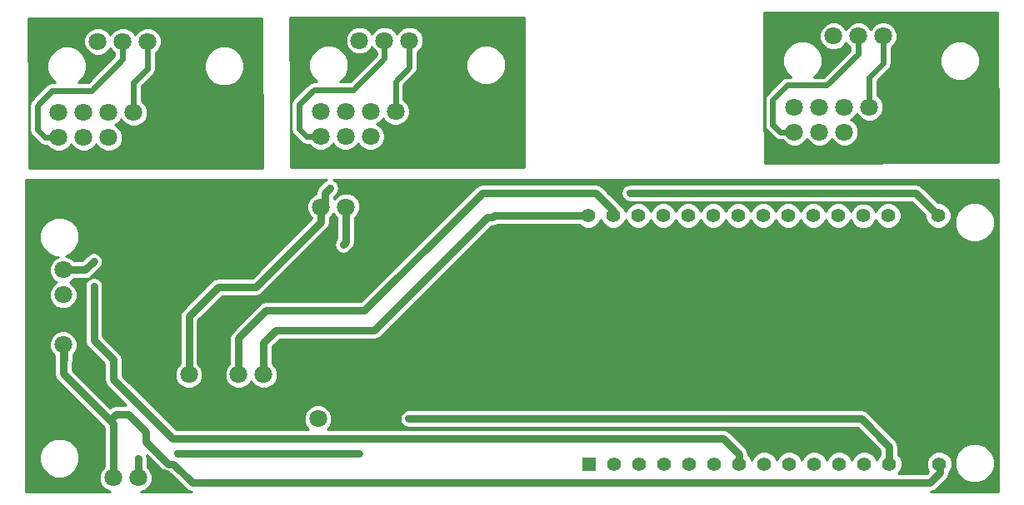
<source format=gbr>
G04 #@! TF.FileFunction,Copper,L2,Bot,Signal*
%FSLAX46Y46*%
G04 Gerber Fmt 4.6, Leading zero omitted, Abs format (unit mm)*
G04 Created by KiCad (PCBNEW 4.0.7) date 03/28/19 16:01:04*
%MOMM*%
%LPD*%
G01*
G04 APERTURE LIST*
%ADD10C,0.050000*%
%ADD11C,1.800000*%
%ADD12C,1.397000*%
%ADD13R,1.397000X1.397000*%
%ADD14C,0.700000*%
%ADD15C,0.800000*%
%ADD16C,0.600000*%
%ADD17C,0.254000*%
G04 APERTURE END LIST*
D10*
D11*
X169770000Y-115820000D03*
X172310000Y-115820000D03*
X167230000Y-115820000D03*
X164690000Y-115820000D03*
X164690000Y-113280000D03*
X167230000Y-113280000D03*
X172310000Y-113280000D03*
X169770000Y-113280000D03*
X168650000Y-106050000D03*
X171190000Y-106050000D03*
X176259840Y-106050000D03*
X173719840Y-106050000D03*
X121620000Y-116270000D03*
X124160000Y-116270000D03*
X119080000Y-116270000D03*
X116540000Y-116270000D03*
X116540000Y-113730000D03*
X119080000Y-113730000D03*
X124160000Y-113730000D03*
X121620000Y-113730000D03*
X120500000Y-106500000D03*
X123040000Y-106500000D03*
X128109840Y-106500000D03*
X125569840Y-106500000D03*
X113740160Y-145000000D03*
X116280160Y-145000000D03*
X119126000Y-123444000D03*
X116586000Y-123444000D03*
X114046000Y-123444000D03*
X100540000Y-151000000D03*
X98000000Y-151000000D03*
X95460000Y-151000000D03*
X103150000Y-140500000D03*
X105690000Y-140500000D03*
X110759840Y-140500000D03*
X108219840Y-140500000D03*
X90400000Y-129850000D03*
X90400000Y-132390000D03*
X90400000Y-137459840D03*
X90400000Y-134919840D03*
D12*
X166609200Y-124300000D03*
X169149200Y-124300000D03*
X164069200Y-124300000D03*
X161529200Y-124300000D03*
X158989200Y-124300000D03*
X179410800Y-149623800D03*
X179309200Y-124300000D03*
X176769200Y-124300000D03*
X171689200Y-124350800D03*
X174229200Y-124300000D03*
X143749200Y-124300000D03*
X146289200Y-124300000D03*
X148829200Y-124300000D03*
X151369200Y-124300000D03*
X156449200Y-124300000D03*
X153909200Y-124300000D03*
X174330800Y-149623800D03*
X176870800Y-149623800D03*
X171790800Y-149623800D03*
X169250800Y-149623800D03*
X166710800Y-149623800D03*
D13*
X143850800Y-149623800D03*
D12*
X146360800Y-149623800D03*
X148930800Y-149623800D03*
X151470800Y-149623800D03*
X154010800Y-149623800D03*
X156550800Y-149623800D03*
X159090800Y-149623800D03*
X164170800Y-149623800D03*
X161630800Y-149623800D03*
D11*
X93900000Y-106600000D03*
X96440000Y-106600000D03*
X101509840Y-106600000D03*
X98969840Y-106600000D03*
X95020000Y-116370000D03*
X97560000Y-116370000D03*
X92480000Y-116370000D03*
X89940000Y-116370000D03*
X89940000Y-113830000D03*
X92480000Y-113830000D03*
X97560000Y-113830000D03*
X95020000Y-113830000D03*
D14*
X148000000Y-122000000D03*
X117500000Y-121500000D03*
X118872000Y-127254000D03*
X119500000Y-147000000D03*
X93500000Y-131500000D03*
X125500000Y-145000000D03*
X98000000Y-149000000D03*
X120500000Y-148500000D03*
X102000000Y-148500000D03*
X93500000Y-129000000D03*
D15*
X122000000Y-136000000D02*
X133500000Y-124500000D01*
X134200000Y-124300000D02*
X143749200Y-124300000D01*
X134000000Y-124500000D02*
X134200000Y-124300000D01*
X133500000Y-124500000D02*
X134000000Y-124500000D01*
X110759840Y-140500000D02*
X110759840Y-137240160D01*
X112000000Y-136000000D02*
X122000000Y-136000000D01*
X110759840Y-137240160D02*
X112000000Y-136000000D01*
X137000000Y-122000000D02*
X144500000Y-122000000D01*
X144500000Y-122000000D02*
X146289200Y-123789200D01*
X146289200Y-123789200D02*
X146289200Y-124300000D01*
X108219840Y-140500000D02*
X108219840Y-136780160D01*
X133000000Y-122000000D02*
X137000000Y-122000000D01*
X130500000Y-124500000D02*
X133000000Y-122000000D01*
X121000000Y-134000000D02*
X130500000Y-124500000D01*
X111000000Y-134000000D02*
X121000000Y-134000000D01*
X108219840Y-136780160D02*
X111000000Y-134000000D01*
X116280160Y-145219840D02*
X116280160Y-145000000D01*
X179309200Y-124300000D02*
X179300000Y-124300000D01*
X179300000Y-124300000D02*
X177000000Y-122000000D01*
X177000000Y-122000000D02*
X148000000Y-122000000D01*
X117500000Y-121500000D02*
X117000000Y-122000000D01*
X117000000Y-122000000D02*
X117000000Y-123030000D01*
X117000000Y-123030000D02*
X116586000Y-123444000D01*
X116586000Y-123444000D02*
X116586000Y-124968000D01*
X103150000Y-134594000D02*
X103150000Y-140500000D01*
X106172000Y-131572000D02*
X103150000Y-134594000D01*
X109982000Y-131572000D02*
X106172000Y-131572000D01*
X116586000Y-124968000D02*
X109982000Y-131572000D01*
X118872000Y-127254000D02*
X119126000Y-127000000D01*
X119126000Y-123444000D02*
X119126000Y-127000000D01*
X178500000Y-151500000D02*
X179500000Y-150500000D01*
X103494000Y-151500000D02*
X101600000Y-149606000D01*
X101600000Y-149606000D02*
X101092000Y-149606000D01*
X101092000Y-149606000D02*
X98806000Y-147320000D01*
X98806000Y-147320000D02*
X98806000Y-146304000D01*
X98806000Y-146304000D02*
X97028000Y-144526000D01*
X97028000Y-144526000D02*
X95758000Y-144526000D01*
X95123000Y-145161000D02*
X95758000Y-144526000D01*
X178500000Y-151500000D02*
X103494000Y-151500000D01*
X179500000Y-150500000D02*
X179500000Y-149713000D01*
X179500000Y-149713000D02*
X179410800Y-149623800D01*
X90400000Y-137459840D02*
X90400000Y-140438000D01*
X90400000Y-140438000D02*
X95123000Y-145161000D01*
X95460000Y-145498000D02*
X95460000Y-151000000D01*
X95123000Y-145161000D02*
X95460000Y-145498000D01*
X90500000Y-139000000D02*
X90500000Y-137559840D01*
X90500000Y-137559840D02*
X90400000Y-137459840D01*
X90500000Y-139000000D02*
X90400000Y-138900000D01*
X149500000Y-147000000D02*
X157500000Y-147000000D01*
X159090800Y-148590800D02*
X159090800Y-149623800D01*
X157500000Y-147000000D02*
X159090800Y-148590800D01*
X149500000Y-147000000D02*
X119500000Y-147000000D01*
X119500000Y-147000000D02*
X101500000Y-147000000D01*
X93500000Y-137000000D02*
X93500000Y-131500000D01*
X95500000Y-139000000D02*
X93500000Y-137000000D01*
X95500000Y-141000000D02*
X95500000Y-139000000D01*
X101500000Y-147000000D02*
X95500000Y-141000000D01*
X169500000Y-145000000D02*
X171500000Y-145000000D01*
X174330800Y-147830800D02*
X174330800Y-149623800D01*
X171500000Y-145000000D02*
X174330800Y-147830800D01*
X125500000Y-145000000D02*
X151000000Y-145000000D01*
X151000000Y-145000000D02*
X169500000Y-145000000D01*
X98000000Y-151000000D02*
X98000000Y-149000000D01*
X102000000Y-148500000D02*
X120500000Y-148500000D01*
X90400000Y-129850000D02*
X92650000Y-129850000D01*
X92650000Y-129850000D02*
X93500000Y-129000000D01*
D16*
X163270000Y-115820000D02*
X162500000Y-115050000D01*
X162500000Y-115050000D02*
X162500000Y-112550000D01*
X162500000Y-112550000D02*
X164000000Y-111050000D01*
X164000000Y-111050000D02*
X168000000Y-111050000D01*
X168000000Y-111050000D02*
X171190000Y-107860000D01*
X171190000Y-107860000D02*
X171190000Y-106050000D01*
X164690000Y-115820000D02*
X163270000Y-115820000D01*
X115120000Y-116270000D02*
X114350000Y-115500000D01*
X114350000Y-115500000D02*
X114350000Y-113000000D01*
X114350000Y-113000000D02*
X115850000Y-111500000D01*
X115850000Y-111500000D02*
X119850000Y-111500000D01*
X119850000Y-111500000D02*
X123040000Y-108310000D01*
X123040000Y-108310000D02*
X123040000Y-106500000D01*
X116540000Y-116270000D02*
X115120000Y-116270000D01*
X89940000Y-116370000D02*
X88520000Y-116370000D01*
X96440000Y-108410000D02*
X96440000Y-106600000D01*
X93250000Y-111600000D02*
X96440000Y-108410000D01*
X89250000Y-111600000D02*
X93250000Y-111600000D01*
X87750000Y-113100000D02*
X89250000Y-111600000D01*
X87750000Y-115600000D02*
X87750000Y-113100000D01*
X88520000Y-116370000D02*
X87750000Y-115600000D01*
X172310000Y-110240000D02*
X173719840Y-108830160D01*
X173719840Y-108830160D02*
X173719840Y-106050000D01*
X172310000Y-113280000D02*
X172310000Y-110240000D01*
X124160000Y-110690000D02*
X125569840Y-109280160D01*
X125569840Y-109280160D02*
X125569840Y-106500000D01*
X124160000Y-113730000D02*
X124160000Y-110690000D01*
X97560000Y-113830000D02*
X97560000Y-110790000D01*
X98969840Y-109380160D02*
X98969840Y-106600000D01*
X97560000Y-110790000D02*
X98969840Y-109380160D01*
D17*
G36*
X185423000Y-152423000D02*
X178520109Y-152423000D01*
X178854748Y-152356436D01*
X179155488Y-152155488D01*
X180155488Y-151155488D01*
X180356437Y-150854747D01*
X180427000Y-150500000D01*
X180427000Y-150482278D01*
X180533849Y-150375616D01*
X180730749Y-149901426D01*
X180972649Y-149901426D01*
X181280591Y-150646703D01*
X181850298Y-151217405D01*
X182595036Y-151526647D01*
X183401426Y-151527351D01*
X184146703Y-151219409D01*
X184717405Y-150649702D01*
X185026647Y-149904964D01*
X185027351Y-149098574D01*
X184719409Y-148353297D01*
X184149702Y-147782595D01*
X183404964Y-147473353D01*
X182598574Y-147472649D01*
X181853297Y-147780591D01*
X181282595Y-148350298D01*
X180973353Y-149095036D01*
X180972649Y-149901426D01*
X180730749Y-149901426D01*
X180736069Y-149888615D01*
X180736530Y-149361298D01*
X180535159Y-148873946D01*
X180162616Y-148500751D01*
X179675615Y-148298531D01*
X179148298Y-148298070D01*
X178660946Y-148499441D01*
X178287751Y-148871984D01*
X178085531Y-149358985D01*
X178085070Y-149886302D01*
X178286441Y-150373654D01*
X178300893Y-150388131D01*
X178116024Y-150573000D01*
X175256120Y-150573000D01*
X175453849Y-150375616D01*
X175656069Y-149888615D01*
X175656530Y-149361298D01*
X175455159Y-148873946D01*
X175257800Y-148676242D01*
X175257800Y-147830800D01*
X175187237Y-147476053D01*
X174986288Y-147175312D01*
X172155488Y-144344512D01*
X171854748Y-144143564D01*
X171500000Y-144073000D01*
X125500000Y-144073000D01*
X125145252Y-144143564D01*
X124844512Y-144344512D01*
X124643564Y-144645252D01*
X124573000Y-145000000D01*
X124643564Y-145354748D01*
X124844512Y-145655488D01*
X125145252Y-145856436D01*
X125500000Y-145927000D01*
X171116024Y-145927000D01*
X173403800Y-148214776D01*
X173403800Y-148676278D01*
X173207751Y-148871984D01*
X173060688Y-149226151D01*
X172915159Y-148873946D01*
X172542616Y-148500751D01*
X172055615Y-148298531D01*
X171528298Y-148298070D01*
X171040946Y-148499441D01*
X170667751Y-148871984D01*
X170520688Y-149226151D01*
X170375159Y-148873946D01*
X170002616Y-148500751D01*
X169515615Y-148298531D01*
X168988298Y-148298070D01*
X168500946Y-148499441D01*
X168127751Y-148871984D01*
X167980688Y-149226151D01*
X167835159Y-148873946D01*
X167462616Y-148500751D01*
X166975615Y-148298531D01*
X166448298Y-148298070D01*
X165960946Y-148499441D01*
X165587751Y-148871984D01*
X165440688Y-149226151D01*
X165295159Y-148873946D01*
X164922616Y-148500751D01*
X164435615Y-148298531D01*
X163908298Y-148298070D01*
X163420946Y-148499441D01*
X163047751Y-148871984D01*
X162900688Y-149226151D01*
X162755159Y-148873946D01*
X162382616Y-148500751D01*
X161895615Y-148298531D01*
X161368298Y-148298070D01*
X160880946Y-148499441D01*
X160507751Y-148871984D01*
X160360688Y-149226151D01*
X160215159Y-148873946D01*
X160017800Y-148676242D01*
X160017800Y-148590800D01*
X159947236Y-148236052D01*
X159746288Y-147935312D01*
X158155488Y-146344512D01*
X158094857Y-146304000D01*
X157854748Y-146143564D01*
X157500000Y-146073000D01*
X117225132Y-146073000D01*
X117489207Y-145809386D01*
X117706912Y-145285093D01*
X117707408Y-144717397D01*
X117490617Y-144192725D01*
X117089546Y-143790953D01*
X116565253Y-143573248D01*
X115997557Y-143572752D01*
X115472885Y-143789543D01*
X115071113Y-144190614D01*
X114853408Y-144714907D01*
X114852912Y-145282603D01*
X115069703Y-145807275D01*
X115334964Y-146073000D01*
X101883976Y-146073000D01*
X96427000Y-140616024D01*
X96427000Y-139000000D01*
X96356436Y-138645252D01*
X96155488Y-138344512D01*
X94427000Y-136616024D01*
X94427000Y-131500000D01*
X94356436Y-131145252D01*
X94155488Y-130844512D01*
X93854748Y-130643564D01*
X93500000Y-130573000D01*
X93145252Y-130643564D01*
X92844512Y-130844512D01*
X92643564Y-131145252D01*
X92573000Y-131500000D01*
X92573000Y-137000000D01*
X92643564Y-137354748D01*
X92780602Y-137559840D01*
X92844512Y-137655488D01*
X94573000Y-139383976D01*
X94573000Y-141000000D01*
X94643564Y-141354748D01*
X94844512Y-141655488D01*
X96788024Y-143599000D01*
X95758000Y-143599000D01*
X95403253Y-143669563D01*
X95127075Y-143854099D01*
X91327000Y-140054024D01*
X91327000Y-139398802D01*
X91356436Y-139354748D01*
X91427000Y-139000000D01*
X91427000Y-138450955D01*
X91609047Y-138269226D01*
X91826752Y-137744933D01*
X91827248Y-137177237D01*
X91610457Y-136652565D01*
X91209386Y-136250793D01*
X90685093Y-136033088D01*
X90117397Y-136032592D01*
X89592725Y-136249383D01*
X89190953Y-136650454D01*
X88973248Y-137174747D01*
X88972752Y-137742443D01*
X89189543Y-138267115D01*
X89473000Y-138551067D01*
X89473000Y-140438000D01*
X89543564Y-140792748D01*
X89744512Y-141093488D01*
X94533000Y-145881976D01*
X94533000Y-149909059D01*
X94250953Y-150190614D01*
X94033248Y-150714907D01*
X94032752Y-151282603D01*
X94249543Y-151807275D01*
X94650614Y-152209047D01*
X95165871Y-152423000D01*
X86577000Y-152423000D01*
X86577000Y-149401426D01*
X87972649Y-149401426D01*
X88280591Y-150146703D01*
X88850298Y-150717405D01*
X89595036Y-151026647D01*
X90401426Y-151027351D01*
X91146703Y-150719409D01*
X91717405Y-150149702D01*
X92026647Y-149404964D01*
X92027351Y-148598574D01*
X91719409Y-147853297D01*
X91149702Y-147282595D01*
X90404964Y-146973353D01*
X89598574Y-146972649D01*
X88853297Y-147280591D01*
X88282595Y-147850298D01*
X87973353Y-148595036D01*
X87972649Y-149401426D01*
X86577000Y-149401426D01*
X86577000Y-126901426D01*
X87972649Y-126901426D01*
X88280591Y-127646703D01*
X88850298Y-128217405D01*
X89595036Y-128526647D01*
X89865382Y-128526883D01*
X89592725Y-128639543D01*
X89190953Y-129040614D01*
X88973248Y-129564907D01*
X88972752Y-130132603D01*
X89189543Y-130657275D01*
X89590614Y-131059047D01*
X89737118Y-131119881D01*
X89592725Y-131179543D01*
X89190953Y-131580614D01*
X88973248Y-132104907D01*
X88972752Y-132672603D01*
X89189543Y-133197275D01*
X89590614Y-133599047D01*
X90114907Y-133816752D01*
X90682603Y-133817248D01*
X91207275Y-133600457D01*
X91609047Y-133199386D01*
X91826752Y-132675093D01*
X91827248Y-132107397D01*
X91610457Y-131582725D01*
X91209386Y-131180953D01*
X91062882Y-131120119D01*
X91207275Y-131060457D01*
X91491227Y-130777000D01*
X92650000Y-130777000D01*
X93004748Y-130706436D01*
X93305488Y-130505488D01*
X94155488Y-129655488D01*
X94356437Y-129354747D01*
X94427000Y-129000000D01*
X94356437Y-128645253D01*
X94155488Y-128344512D01*
X93854747Y-128143563D01*
X93500000Y-128073000D01*
X93145253Y-128143563D01*
X92844512Y-128344512D01*
X92266024Y-128923000D01*
X91490941Y-128923000D01*
X91209386Y-128640953D01*
X90685093Y-128423248D01*
X90653442Y-128423220D01*
X91146703Y-128219409D01*
X91717405Y-127649702D01*
X92026647Y-126904964D01*
X92027351Y-126098574D01*
X91719409Y-125353297D01*
X91149702Y-124782595D01*
X90404964Y-124473353D01*
X89598574Y-124472649D01*
X88853297Y-124780591D01*
X88282595Y-125350298D01*
X87973353Y-126095036D01*
X87972649Y-126901426D01*
X86577000Y-126901426D01*
X86577000Y-120646946D01*
X117144768Y-120643887D01*
X116844512Y-120844512D01*
X116344512Y-121344512D01*
X116143564Y-121645252D01*
X116073000Y-122000000D01*
X116073000Y-122111951D01*
X115778725Y-122233543D01*
X115376953Y-122634614D01*
X115159248Y-123158907D01*
X115158752Y-123726603D01*
X115375543Y-124251275D01*
X115659000Y-124535227D01*
X115659000Y-124584024D01*
X109598024Y-130645000D01*
X106172000Y-130645000D01*
X105817252Y-130715564D01*
X105725307Y-130777000D01*
X105516512Y-130916512D01*
X102494512Y-133938512D01*
X102293564Y-134239252D01*
X102223000Y-134594000D01*
X102223000Y-139409059D01*
X101940953Y-139690614D01*
X101723248Y-140214907D01*
X101722752Y-140782603D01*
X101939543Y-141307275D01*
X102340614Y-141709047D01*
X102864907Y-141926752D01*
X103432603Y-141927248D01*
X103957275Y-141710457D01*
X104359047Y-141309386D01*
X104576752Y-140785093D01*
X104576754Y-140782603D01*
X106792592Y-140782603D01*
X107009383Y-141307275D01*
X107410454Y-141709047D01*
X107934747Y-141926752D01*
X108502443Y-141927248D01*
X109027115Y-141710457D01*
X109428887Y-141309386D01*
X109489721Y-141162882D01*
X109549383Y-141307275D01*
X109950454Y-141709047D01*
X110474747Y-141926752D01*
X111042443Y-141927248D01*
X111567115Y-141710457D01*
X111968887Y-141309386D01*
X112186592Y-140785093D01*
X112187088Y-140217397D01*
X111970297Y-139692725D01*
X111686840Y-139408773D01*
X111686840Y-137624136D01*
X112383976Y-136927000D01*
X122000000Y-136927000D01*
X122354748Y-136856436D01*
X122655488Y-136655488D01*
X133883976Y-125427000D01*
X134000000Y-125427000D01*
X134354748Y-125356436D01*
X134548463Y-125227000D01*
X142801678Y-125227000D01*
X142997384Y-125423049D01*
X143484385Y-125625269D01*
X144011702Y-125625730D01*
X144499054Y-125424359D01*
X144872249Y-125051816D01*
X145019312Y-124697649D01*
X145164841Y-125049854D01*
X145537384Y-125423049D01*
X146024385Y-125625269D01*
X146551702Y-125625730D01*
X147039054Y-125424359D01*
X147412249Y-125051816D01*
X147559312Y-124697649D01*
X147704841Y-125049854D01*
X148077384Y-125423049D01*
X148564385Y-125625269D01*
X149091702Y-125625730D01*
X149579054Y-125424359D01*
X149952249Y-125051816D01*
X150099312Y-124697649D01*
X150244841Y-125049854D01*
X150617384Y-125423049D01*
X151104385Y-125625269D01*
X151631702Y-125625730D01*
X152119054Y-125424359D01*
X152492249Y-125051816D01*
X152639312Y-124697649D01*
X152784841Y-125049854D01*
X153157384Y-125423049D01*
X153644385Y-125625269D01*
X154171702Y-125625730D01*
X154659054Y-125424359D01*
X155032249Y-125051816D01*
X155179312Y-124697649D01*
X155324841Y-125049854D01*
X155697384Y-125423049D01*
X156184385Y-125625269D01*
X156711702Y-125625730D01*
X157199054Y-125424359D01*
X157572249Y-125051816D01*
X157719312Y-124697649D01*
X157864841Y-125049854D01*
X158237384Y-125423049D01*
X158724385Y-125625269D01*
X159251702Y-125625730D01*
X159739054Y-125424359D01*
X160112249Y-125051816D01*
X160259312Y-124697649D01*
X160404841Y-125049854D01*
X160777384Y-125423049D01*
X161264385Y-125625269D01*
X161791702Y-125625730D01*
X162279054Y-125424359D01*
X162652249Y-125051816D01*
X162799312Y-124697649D01*
X162944841Y-125049854D01*
X163317384Y-125423049D01*
X163804385Y-125625269D01*
X164331702Y-125625730D01*
X164819054Y-125424359D01*
X165192249Y-125051816D01*
X165339312Y-124697649D01*
X165484841Y-125049854D01*
X165857384Y-125423049D01*
X166344385Y-125625269D01*
X166871702Y-125625730D01*
X167359054Y-125424359D01*
X167732249Y-125051816D01*
X167879312Y-124697649D01*
X168024841Y-125049854D01*
X168397384Y-125423049D01*
X168884385Y-125625269D01*
X169411702Y-125625730D01*
X169899054Y-125424359D01*
X170272249Y-125051816D01*
X170408791Y-124722986D01*
X170564841Y-125100654D01*
X170937384Y-125473849D01*
X171424385Y-125676069D01*
X171951702Y-125676530D01*
X172439054Y-125475159D01*
X172812249Y-125102616D01*
X172969833Y-124723111D01*
X173104841Y-125049854D01*
X173477384Y-125423049D01*
X173964385Y-125625269D01*
X174491702Y-125625730D01*
X174979054Y-125424359D01*
X175352249Y-125051816D01*
X175554469Y-124564815D01*
X175554930Y-124037498D01*
X175353559Y-123550146D01*
X174981016Y-123176951D01*
X174494015Y-122974731D01*
X173966698Y-122974270D01*
X173479346Y-123175641D01*
X173106151Y-123548184D01*
X172948567Y-123927689D01*
X172813559Y-123600946D01*
X172441016Y-123227751D01*
X171954015Y-123025531D01*
X171426698Y-123025070D01*
X170939346Y-123226441D01*
X170566151Y-123598984D01*
X170429609Y-123927814D01*
X170273559Y-123550146D01*
X169901016Y-123176951D01*
X169414015Y-122974731D01*
X168886698Y-122974270D01*
X168399346Y-123175641D01*
X168026151Y-123548184D01*
X167879088Y-123902351D01*
X167733559Y-123550146D01*
X167361016Y-123176951D01*
X166874015Y-122974731D01*
X166346698Y-122974270D01*
X165859346Y-123175641D01*
X165486151Y-123548184D01*
X165339088Y-123902351D01*
X165193559Y-123550146D01*
X164821016Y-123176951D01*
X164334015Y-122974731D01*
X163806698Y-122974270D01*
X163319346Y-123175641D01*
X162946151Y-123548184D01*
X162799088Y-123902351D01*
X162653559Y-123550146D01*
X162281016Y-123176951D01*
X161794015Y-122974731D01*
X161266698Y-122974270D01*
X160779346Y-123175641D01*
X160406151Y-123548184D01*
X160259088Y-123902351D01*
X160113559Y-123550146D01*
X159741016Y-123176951D01*
X159254015Y-122974731D01*
X158726698Y-122974270D01*
X158239346Y-123175641D01*
X157866151Y-123548184D01*
X157719088Y-123902351D01*
X157573559Y-123550146D01*
X157201016Y-123176951D01*
X156714015Y-122974731D01*
X156186698Y-122974270D01*
X155699346Y-123175641D01*
X155326151Y-123548184D01*
X155179088Y-123902351D01*
X155033559Y-123550146D01*
X154661016Y-123176951D01*
X154174015Y-122974731D01*
X153646698Y-122974270D01*
X153159346Y-123175641D01*
X152786151Y-123548184D01*
X152639088Y-123902351D01*
X152493559Y-123550146D01*
X152121016Y-123176951D01*
X151634015Y-122974731D01*
X151106698Y-122974270D01*
X150619346Y-123175641D01*
X150246151Y-123548184D01*
X150099088Y-123902351D01*
X149953559Y-123550146D01*
X149581016Y-123176951D01*
X149094015Y-122974731D01*
X148566698Y-122974270D01*
X148079346Y-123175641D01*
X147706151Y-123548184D01*
X147559088Y-123902351D01*
X147413559Y-123550146D01*
X147041016Y-123176951D01*
X146947684Y-123138196D01*
X146944688Y-123133712D01*
X145810976Y-122000000D01*
X147073000Y-122000000D01*
X147143564Y-122354748D01*
X147344512Y-122655488D01*
X147645252Y-122856436D01*
X148000000Y-122927000D01*
X176616024Y-122927000D01*
X177983704Y-124294680D01*
X177983470Y-124562502D01*
X178184841Y-125049854D01*
X178557384Y-125423049D01*
X179044385Y-125625269D01*
X179571702Y-125625730D01*
X180059054Y-125424359D01*
X180082027Y-125401426D01*
X180972649Y-125401426D01*
X181280591Y-126146703D01*
X181850298Y-126717405D01*
X182595036Y-127026647D01*
X183401426Y-127027351D01*
X184146703Y-126719409D01*
X184717405Y-126149702D01*
X185026647Y-125404964D01*
X185027351Y-124598574D01*
X184719409Y-123853297D01*
X184149702Y-123282595D01*
X183404964Y-122973353D01*
X182598574Y-122972649D01*
X181853297Y-123280591D01*
X181282595Y-123850298D01*
X180973353Y-124595036D01*
X180972649Y-125401426D01*
X180082027Y-125401426D01*
X180432249Y-125051816D01*
X180634469Y-124564815D01*
X180634930Y-124037498D01*
X180433559Y-123550146D01*
X180061016Y-123176951D01*
X179574015Y-122974731D01*
X179285455Y-122974479D01*
X177655488Y-121344512D01*
X177625970Y-121324789D01*
X177354748Y-121143564D01*
X177000000Y-121073000D01*
X148000000Y-121073000D01*
X147645252Y-121143564D01*
X147344512Y-121344512D01*
X147143564Y-121645252D01*
X147073000Y-122000000D01*
X145810976Y-122000000D01*
X145155488Y-121344512D01*
X145125970Y-121324789D01*
X144854748Y-121143564D01*
X144500000Y-121073000D01*
X133000000Y-121073000D01*
X132645252Y-121143564D01*
X132374030Y-121324789D01*
X132344512Y-121344512D01*
X120616024Y-133073000D01*
X111000000Y-133073000D01*
X110645252Y-133143564D01*
X110344512Y-133344512D01*
X107564352Y-136124672D01*
X107363404Y-136425412D01*
X107292840Y-136780160D01*
X107292840Y-139409059D01*
X107010793Y-139690614D01*
X106793088Y-140214907D01*
X106792592Y-140782603D01*
X104576754Y-140782603D01*
X104577248Y-140217397D01*
X104360457Y-139692725D01*
X104077000Y-139408773D01*
X104077000Y-134977976D01*
X106555976Y-132499000D01*
X109982000Y-132499000D01*
X110336748Y-132428436D01*
X110637488Y-132227488D01*
X117241488Y-125623488D01*
X117340598Y-125475159D01*
X117442436Y-125322748D01*
X117513000Y-124968000D01*
X117513000Y-124534941D01*
X117795047Y-124253386D01*
X117855881Y-124106882D01*
X117915543Y-124251275D01*
X118199000Y-124535227D01*
X118199000Y-126624721D01*
X118015564Y-126899253D01*
X117945000Y-127254000D01*
X118015564Y-127608747D01*
X118216512Y-127909488D01*
X118517253Y-128110436D01*
X118872000Y-128181000D01*
X119226747Y-128110436D01*
X119527488Y-127909488D01*
X119781488Y-127655488D01*
X119932681Y-127429211D01*
X119982436Y-127354748D01*
X120053000Y-127000000D01*
X120053000Y-124534941D01*
X120335047Y-124253386D01*
X120552752Y-123729093D01*
X120553248Y-123161397D01*
X120336457Y-122636725D01*
X119935386Y-122234953D01*
X119411093Y-122017248D01*
X118843397Y-122016752D01*
X118318725Y-122233543D01*
X117927000Y-122624585D01*
X117927000Y-122383976D01*
X118155488Y-122155488D01*
X118356437Y-121854747D01*
X118427000Y-121500000D01*
X118356437Y-121145253D01*
X118155488Y-120844512D01*
X117855126Y-120643816D01*
X185423000Y-120637055D01*
X185423000Y-152423000D01*
X185423000Y-152423000D01*
G37*
X185423000Y-152423000D02*
X178520109Y-152423000D01*
X178854748Y-152356436D01*
X179155488Y-152155488D01*
X180155488Y-151155488D01*
X180356437Y-150854747D01*
X180427000Y-150500000D01*
X180427000Y-150482278D01*
X180533849Y-150375616D01*
X180730749Y-149901426D01*
X180972649Y-149901426D01*
X181280591Y-150646703D01*
X181850298Y-151217405D01*
X182595036Y-151526647D01*
X183401426Y-151527351D01*
X184146703Y-151219409D01*
X184717405Y-150649702D01*
X185026647Y-149904964D01*
X185027351Y-149098574D01*
X184719409Y-148353297D01*
X184149702Y-147782595D01*
X183404964Y-147473353D01*
X182598574Y-147472649D01*
X181853297Y-147780591D01*
X181282595Y-148350298D01*
X180973353Y-149095036D01*
X180972649Y-149901426D01*
X180730749Y-149901426D01*
X180736069Y-149888615D01*
X180736530Y-149361298D01*
X180535159Y-148873946D01*
X180162616Y-148500751D01*
X179675615Y-148298531D01*
X179148298Y-148298070D01*
X178660946Y-148499441D01*
X178287751Y-148871984D01*
X178085531Y-149358985D01*
X178085070Y-149886302D01*
X178286441Y-150373654D01*
X178300893Y-150388131D01*
X178116024Y-150573000D01*
X175256120Y-150573000D01*
X175453849Y-150375616D01*
X175656069Y-149888615D01*
X175656530Y-149361298D01*
X175455159Y-148873946D01*
X175257800Y-148676242D01*
X175257800Y-147830800D01*
X175187237Y-147476053D01*
X174986288Y-147175312D01*
X172155488Y-144344512D01*
X171854748Y-144143564D01*
X171500000Y-144073000D01*
X125500000Y-144073000D01*
X125145252Y-144143564D01*
X124844512Y-144344512D01*
X124643564Y-144645252D01*
X124573000Y-145000000D01*
X124643564Y-145354748D01*
X124844512Y-145655488D01*
X125145252Y-145856436D01*
X125500000Y-145927000D01*
X171116024Y-145927000D01*
X173403800Y-148214776D01*
X173403800Y-148676278D01*
X173207751Y-148871984D01*
X173060688Y-149226151D01*
X172915159Y-148873946D01*
X172542616Y-148500751D01*
X172055615Y-148298531D01*
X171528298Y-148298070D01*
X171040946Y-148499441D01*
X170667751Y-148871984D01*
X170520688Y-149226151D01*
X170375159Y-148873946D01*
X170002616Y-148500751D01*
X169515615Y-148298531D01*
X168988298Y-148298070D01*
X168500946Y-148499441D01*
X168127751Y-148871984D01*
X167980688Y-149226151D01*
X167835159Y-148873946D01*
X167462616Y-148500751D01*
X166975615Y-148298531D01*
X166448298Y-148298070D01*
X165960946Y-148499441D01*
X165587751Y-148871984D01*
X165440688Y-149226151D01*
X165295159Y-148873946D01*
X164922616Y-148500751D01*
X164435615Y-148298531D01*
X163908298Y-148298070D01*
X163420946Y-148499441D01*
X163047751Y-148871984D01*
X162900688Y-149226151D01*
X162755159Y-148873946D01*
X162382616Y-148500751D01*
X161895615Y-148298531D01*
X161368298Y-148298070D01*
X160880946Y-148499441D01*
X160507751Y-148871984D01*
X160360688Y-149226151D01*
X160215159Y-148873946D01*
X160017800Y-148676242D01*
X160017800Y-148590800D01*
X159947236Y-148236052D01*
X159746288Y-147935312D01*
X158155488Y-146344512D01*
X158094857Y-146304000D01*
X157854748Y-146143564D01*
X157500000Y-146073000D01*
X117225132Y-146073000D01*
X117489207Y-145809386D01*
X117706912Y-145285093D01*
X117707408Y-144717397D01*
X117490617Y-144192725D01*
X117089546Y-143790953D01*
X116565253Y-143573248D01*
X115997557Y-143572752D01*
X115472885Y-143789543D01*
X115071113Y-144190614D01*
X114853408Y-144714907D01*
X114852912Y-145282603D01*
X115069703Y-145807275D01*
X115334964Y-146073000D01*
X101883976Y-146073000D01*
X96427000Y-140616024D01*
X96427000Y-139000000D01*
X96356436Y-138645252D01*
X96155488Y-138344512D01*
X94427000Y-136616024D01*
X94427000Y-131500000D01*
X94356436Y-131145252D01*
X94155488Y-130844512D01*
X93854748Y-130643564D01*
X93500000Y-130573000D01*
X93145252Y-130643564D01*
X92844512Y-130844512D01*
X92643564Y-131145252D01*
X92573000Y-131500000D01*
X92573000Y-137000000D01*
X92643564Y-137354748D01*
X92780602Y-137559840D01*
X92844512Y-137655488D01*
X94573000Y-139383976D01*
X94573000Y-141000000D01*
X94643564Y-141354748D01*
X94844512Y-141655488D01*
X96788024Y-143599000D01*
X95758000Y-143599000D01*
X95403253Y-143669563D01*
X95127075Y-143854099D01*
X91327000Y-140054024D01*
X91327000Y-139398802D01*
X91356436Y-139354748D01*
X91427000Y-139000000D01*
X91427000Y-138450955D01*
X91609047Y-138269226D01*
X91826752Y-137744933D01*
X91827248Y-137177237D01*
X91610457Y-136652565D01*
X91209386Y-136250793D01*
X90685093Y-136033088D01*
X90117397Y-136032592D01*
X89592725Y-136249383D01*
X89190953Y-136650454D01*
X88973248Y-137174747D01*
X88972752Y-137742443D01*
X89189543Y-138267115D01*
X89473000Y-138551067D01*
X89473000Y-140438000D01*
X89543564Y-140792748D01*
X89744512Y-141093488D01*
X94533000Y-145881976D01*
X94533000Y-149909059D01*
X94250953Y-150190614D01*
X94033248Y-150714907D01*
X94032752Y-151282603D01*
X94249543Y-151807275D01*
X94650614Y-152209047D01*
X95165871Y-152423000D01*
X86577000Y-152423000D01*
X86577000Y-149401426D01*
X87972649Y-149401426D01*
X88280591Y-150146703D01*
X88850298Y-150717405D01*
X89595036Y-151026647D01*
X90401426Y-151027351D01*
X91146703Y-150719409D01*
X91717405Y-150149702D01*
X92026647Y-149404964D01*
X92027351Y-148598574D01*
X91719409Y-147853297D01*
X91149702Y-147282595D01*
X90404964Y-146973353D01*
X89598574Y-146972649D01*
X88853297Y-147280591D01*
X88282595Y-147850298D01*
X87973353Y-148595036D01*
X87972649Y-149401426D01*
X86577000Y-149401426D01*
X86577000Y-126901426D01*
X87972649Y-126901426D01*
X88280591Y-127646703D01*
X88850298Y-128217405D01*
X89595036Y-128526647D01*
X89865382Y-128526883D01*
X89592725Y-128639543D01*
X89190953Y-129040614D01*
X88973248Y-129564907D01*
X88972752Y-130132603D01*
X89189543Y-130657275D01*
X89590614Y-131059047D01*
X89737118Y-131119881D01*
X89592725Y-131179543D01*
X89190953Y-131580614D01*
X88973248Y-132104907D01*
X88972752Y-132672603D01*
X89189543Y-133197275D01*
X89590614Y-133599047D01*
X90114907Y-133816752D01*
X90682603Y-133817248D01*
X91207275Y-133600457D01*
X91609047Y-133199386D01*
X91826752Y-132675093D01*
X91827248Y-132107397D01*
X91610457Y-131582725D01*
X91209386Y-131180953D01*
X91062882Y-131120119D01*
X91207275Y-131060457D01*
X91491227Y-130777000D01*
X92650000Y-130777000D01*
X93004748Y-130706436D01*
X93305488Y-130505488D01*
X94155488Y-129655488D01*
X94356437Y-129354747D01*
X94427000Y-129000000D01*
X94356437Y-128645253D01*
X94155488Y-128344512D01*
X93854747Y-128143563D01*
X93500000Y-128073000D01*
X93145253Y-128143563D01*
X92844512Y-128344512D01*
X92266024Y-128923000D01*
X91490941Y-128923000D01*
X91209386Y-128640953D01*
X90685093Y-128423248D01*
X90653442Y-128423220D01*
X91146703Y-128219409D01*
X91717405Y-127649702D01*
X92026647Y-126904964D01*
X92027351Y-126098574D01*
X91719409Y-125353297D01*
X91149702Y-124782595D01*
X90404964Y-124473353D01*
X89598574Y-124472649D01*
X88853297Y-124780591D01*
X88282595Y-125350298D01*
X87973353Y-126095036D01*
X87972649Y-126901426D01*
X86577000Y-126901426D01*
X86577000Y-120646946D01*
X117144768Y-120643887D01*
X116844512Y-120844512D01*
X116344512Y-121344512D01*
X116143564Y-121645252D01*
X116073000Y-122000000D01*
X116073000Y-122111951D01*
X115778725Y-122233543D01*
X115376953Y-122634614D01*
X115159248Y-123158907D01*
X115158752Y-123726603D01*
X115375543Y-124251275D01*
X115659000Y-124535227D01*
X115659000Y-124584024D01*
X109598024Y-130645000D01*
X106172000Y-130645000D01*
X105817252Y-130715564D01*
X105725307Y-130777000D01*
X105516512Y-130916512D01*
X102494512Y-133938512D01*
X102293564Y-134239252D01*
X102223000Y-134594000D01*
X102223000Y-139409059D01*
X101940953Y-139690614D01*
X101723248Y-140214907D01*
X101722752Y-140782603D01*
X101939543Y-141307275D01*
X102340614Y-141709047D01*
X102864907Y-141926752D01*
X103432603Y-141927248D01*
X103957275Y-141710457D01*
X104359047Y-141309386D01*
X104576752Y-140785093D01*
X104576754Y-140782603D01*
X106792592Y-140782603D01*
X107009383Y-141307275D01*
X107410454Y-141709047D01*
X107934747Y-141926752D01*
X108502443Y-141927248D01*
X109027115Y-141710457D01*
X109428887Y-141309386D01*
X109489721Y-141162882D01*
X109549383Y-141307275D01*
X109950454Y-141709047D01*
X110474747Y-141926752D01*
X111042443Y-141927248D01*
X111567115Y-141710457D01*
X111968887Y-141309386D01*
X112186592Y-140785093D01*
X112187088Y-140217397D01*
X111970297Y-139692725D01*
X111686840Y-139408773D01*
X111686840Y-137624136D01*
X112383976Y-136927000D01*
X122000000Y-136927000D01*
X122354748Y-136856436D01*
X122655488Y-136655488D01*
X133883976Y-125427000D01*
X134000000Y-125427000D01*
X134354748Y-125356436D01*
X134548463Y-125227000D01*
X142801678Y-125227000D01*
X142997384Y-125423049D01*
X143484385Y-125625269D01*
X144011702Y-125625730D01*
X144499054Y-125424359D01*
X144872249Y-125051816D01*
X145019312Y-124697649D01*
X145164841Y-125049854D01*
X145537384Y-125423049D01*
X146024385Y-125625269D01*
X146551702Y-125625730D01*
X147039054Y-125424359D01*
X147412249Y-125051816D01*
X147559312Y-124697649D01*
X147704841Y-125049854D01*
X148077384Y-125423049D01*
X148564385Y-125625269D01*
X149091702Y-125625730D01*
X149579054Y-125424359D01*
X149952249Y-125051816D01*
X150099312Y-124697649D01*
X150244841Y-125049854D01*
X150617384Y-125423049D01*
X151104385Y-125625269D01*
X151631702Y-125625730D01*
X152119054Y-125424359D01*
X152492249Y-125051816D01*
X152639312Y-124697649D01*
X152784841Y-125049854D01*
X153157384Y-125423049D01*
X153644385Y-125625269D01*
X154171702Y-125625730D01*
X154659054Y-125424359D01*
X155032249Y-125051816D01*
X155179312Y-124697649D01*
X155324841Y-125049854D01*
X155697384Y-125423049D01*
X156184385Y-125625269D01*
X156711702Y-125625730D01*
X157199054Y-125424359D01*
X157572249Y-125051816D01*
X157719312Y-124697649D01*
X157864841Y-125049854D01*
X158237384Y-125423049D01*
X158724385Y-125625269D01*
X159251702Y-125625730D01*
X159739054Y-125424359D01*
X160112249Y-125051816D01*
X160259312Y-124697649D01*
X160404841Y-125049854D01*
X160777384Y-125423049D01*
X161264385Y-125625269D01*
X161791702Y-125625730D01*
X162279054Y-125424359D01*
X162652249Y-125051816D01*
X162799312Y-124697649D01*
X162944841Y-125049854D01*
X163317384Y-125423049D01*
X163804385Y-125625269D01*
X164331702Y-125625730D01*
X164819054Y-125424359D01*
X165192249Y-125051816D01*
X165339312Y-124697649D01*
X165484841Y-125049854D01*
X165857384Y-125423049D01*
X166344385Y-125625269D01*
X166871702Y-125625730D01*
X167359054Y-125424359D01*
X167732249Y-125051816D01*
X167879312Y-124697649D01*
X168024841Y-125049854D01*
X168397384Y-125423049D01*
X168884385Y-125625269D01*
X169411702Y-125625730D01*
X169899054Y-125424359D01*
X170272249Y-125051816D01*
X170408791Y-124722986D01*
X170564841Y-125100654D01*
X170937384Y-125473849D01*
X171424385Y-125676069D01*
X171951702Y-125676530D01*
X172439054Y-125475159D01*
X172812249Y-125102616D01*
X172969833Y-124723111D01*
X173104841Y-125049854D01*
X173477384Y-125423049D01*
X173964385Y-125625269D01*
X174491702Y-125625730D01*
X174979054Y-125424359D01*
X175352249Y-125051816D01*
X175554469Y-124564815D01*
X175554930Y-124037498D01*
X175353559Y-123550146D01*
X174981016Y-123176951D01*
X174494015Y-122974731D01*
X173966698Y-122974270D01*
X173479346Y-123175641D01*
X173106151Y-123548184D01*
X172948567Y-123927689D01*
X172813559Y-123600946D01*
X172441016Y-123227751D01*
X171954015Y-123025531D01*
X171426698Y-123025070D01*
X170939346Y-123226441D01*
X170566151Y-123598984D01*
X170429609Y-123927814D01*
X170273559Y-123550146D01*
X169901016Y-123176951D01*
X169414015Y-122974731D01*
X168886698Y-122974270D01*
X168399346Y-123175641D01*
X168026151Y-123548184D01*
X167879088Y-123902351D01*
X167733559Y-123550146D01*
X167361016Y-123176951D01*
X166874015Y-122974731D01*
X166346698Y-122974270D01*
X165859346Y-123175641D01*
X165486151Y-123548184D01*
X165339088Y-123902351D01*
X165193559Y-123550146D01*
X164821016Y-123176951D01*
X164334015Y-122974731D01*
X163806698Y-122974270D01*
X163319346Y-123175641D01*
X162946151Y-123548184D01*
X162799088Y-123902351D01*
X162653559Y-123550146D01*
X162281016Y-123176951D01*
X161794015Y-122974731D01*
X161266698Y-122974270D01*
X160779346Y-123175641D01*
X160406151Y-123548184D01*
X160259088Y-123902351D01*
X160113559Y-123550146D01*
X159741016Y-123176951D01*
X159254015Y-122974731D01*
X158726698Y-122974270D01*
X158239346Y-123175641D01*
X157866151Y-123548184D01*
X157719088Y-123902351D01*
X157573559Y-123550146D01*
X157201016Y-123176951D01*
X156714015Y-122974731D01*
X156186698Y-122974270D01*
X155699346Y-123175641D01*
X155326151Y-123548184D01*
X155179088Y-123902351D01*
X155033559Y-123550146D01*
X154661016Y-123176951D01*
X154174015Y-122974731D01*
X153646698Y-122974270D01*
X153159346Y-123175641D01*
X152786151Y-123548184D01*
X152639088Y-123902351D01*
X152493559Y-123550146D01*
X152121016Y-123176951D01*
X151634015Y-122974731D01*
X151106698Y-122974270D01*
X150619346Y-123175641D01*
X150246151Y-123548184D01*
X150099088Y-123902351D01*
X149953559Y-123550146D01*
X149581016Y-123176951D01*
X149094015Y-122974731D01*
X148566698Y-122974270D01*
X148079346Y-123175641D01*
X147706151Y-123548184D01*
X147559088Y-123902351D01*
X147413559Y-123550146D01*
X147041016Y-123176951D01*
X146947684Y-123138196D01*
X146944688Y-123133712D01*
X145810976Y-122000000D01*
X147073000Y-122000000D01*
X147143564Y-122354748D01*
X147344512Y-122655488D01*
X147645252Y-122856436D01*
X148000000Y-122927000D01*
X176616024Y-122927000D01*
X177983704Y-124294680D01*
X177983470Y-124562502D01*
X178184841Y-125049854D01*
X178557384Y-125423049D01*
X179044385Y-125625269D01*
X179571702Y-125625730D01*
X180059054Y-125424359D01*
X180082027Y-125401426D01*
X180972649Y-125401426D01*
X181280591Y-126146703D01*
X181850298Y-126717405D01*
X182595036Y-127026647D01*
X183401426Y-127027351D01*
X184146703Y-126719409D01*
X184717405Y-126149702D01*
X185026647Y-125404964D01*
X185027351Y-124598574D01*
X184719409Y-123853297D01*
X184149702Y-123282595D01*
X183404964Y-122973353D01*
X182598574Y-122972649D01*
X181853297Y-123280591D01*
X181282595Y-123850298D01*
X180973353Y-124595036D01*
X180972649Y-125401426D01*
X180082027Y-125401426D01*
X180432249Y-125051816D01*
X180634469Y-124564815D01*
X180634930Y-124037498D01*
X180433559Y-123550146D01*
X180061016Y-123176951D01*
X179574015Y-122974731D01*
X179285455Y-122974479D01*
X177655488Y-121344512D01*
X177625970Y-121324789D01*
X177354748Y-121143564D01*
X177000000Y-121073000D01*
X148000000Y-121073000D01*
X147645252Y-121143564D01*
X147344512Y-121344512D01*
X147143564Y-121645252D01*
X147073000Y-122000000D01*
X145810976Y-122000000D01*
X145155488Y-121344512D01*
X145125970Y-121324789D01*
X144854748Y-121143564D01*
X144500000Y-121073000D01*
X133000000Y-121073000D01*
X132645252Y-121143564D01*
X132374030Y-121324789D01*
X132344512Y-121344512D01*
X120616024Y-133073000D01*
X111000000Y-133073000D01*
X110645252Y-133143564D01*
X110344512Y-133344512D01*
X107564352Y-136124672D01*
X107363404Y-136425412D01*
X107292840Y-136780160D01*
X107292840Y-139409059D01*
X107010793Y-139690614D01*
X106793088Y-140214907D01*
X106792592Y-140782603D01*
X104576754Y-140782603D01*
X104577248Y-140217397D01*
X104360457Y-139692725D01*
X104077000Y-139408773D01*
X104077000Y-134977976D01*
X106555976Y-132499000D01*
X109982000Y-132499000D01*
X110336748Y-132428436D01*
X110637488Y-132227488D01*
X117241488Y-125623488D01*
X117340598Y-125475159D01*
X117442436Y-125322748D01*
X117513000Y-124968000D01*
X117513000Y-124534941D01*
X117795047Y-124253386D01*
X117855881Y-124106882D01*
X117915543Y-124251275D01*
X118199000Y-124535227D01*
X118199000Y-126624721D01*
X118015564Y-126899253D01*
X117945000Y-127254000D01*
X118015564Y-127608747D01*
X118216512Y-127909488D01*
X118517253Y-128110436D01*
X118872000Y-128181000D01*
X119226747Y-128110436D01*
X119527488Y-127909488D01*
X119781488Y-127655488D01*
X119932681Y-127429211D01*
X119982436Y-127354748D01*
X120053000Y-127000000D01*
X120053000Y-124534941D01*
X120335047Y-124253386D01*
X120552752Y-123729093D01*
X120553248Y-123161397D01*
X120336457Y-122636725D01*
X119935386Y-122234953D01*
X119411093Y-122017248D01*
X118843397Y-122016752D01*
X118318725Y-122233543D01*
X117927000Y-122624585D01*
X117927000Y-122383976D01*
X118155488Y-122155488D01*
X118356437Y-121854747D01*
X118427000Y-121500000D01*
X118356437Y-121145253D01*
X118155488Y-120844512D01*
X117855126Y-120643816D01*
X185423000Y-120637055D01*
X185423000Y-152423000D01*
G36*
X100436512Y-150261488D02*
X100737252Y-150462436D01*
X101092000Y-150533000D01*
X101216024Y-150533000D01*
X102838512Y-152155488D01*
X103139252Y-152356436D01*
X103473891Y-152423000D01*
X98292884Y-152423000D01*
X98807275Y-152210457D01*
X99209047Y-151809386D01*
X99426752Y-151285093D01*
X99427248Y-150717397D01*
X99210457Y-150192725D01*
X98927000Y-149908773D01*
X98927000Y-149000000D01*
X98865415Y-148690391D01*
X100436512Y-150261488D01*
X100436512Y-150261488D01*
G37*
X100436512Y-150261488D02*
X100737252Y-150462436D01*
X101092000Y-150533000D01*
X101216024Y-150533000D01*
X102838512Y-152155488D01*
X103139252Y-152356436D01*
X103473891Y-152423000D01*
X98292884Y-152423000D01*
X98807275Y-152210457D01*
X99209047Y-151809386D01*
X99426752Y-151285093D01*
X99427248Y-150717397D01*
X99210457Y-150192725D01*
X98927000Y-149908773D01*
X98927000Y-149000000D01*
X98865415Y-148690391D01*
X100436512Y-150261488D01*
G36*
X110593245Y-104236947D02*
X110622754Y-119473265D01*
X86916673Y-119522735D01*
X86900152Y-113100000D01*
X86923000Y-113100000D01*
X86923000Y-115600000D01*
X86985952Y-115916479D01*
X87165223Y-116184777D01*
X87935222Y-116954777D01*
X88203521Y-117134048D01*
X88520000Y-117197000D01*
X88749234Y-117197000D01*
X89130614Y-117579047D01*
X89654907Y-117796752D01*
X90222603Y-117797248D01*
X90747275Y-117580457D01*
X91149047Y-117179386D01*
X91209881Y-117032882D01*
X91269543Y-117177275D01*
X91670614Y-117579047D01*
X92194907Y-117796752D01*
X92762603Y-117797248D01*
X93287275Y-117580457D01*
X93689047Y-117179386D01*
X93749881Y-117032882D01*
X93809543Y-117177275D01*
X94210614Y-117579047D01*
X94734907Y-117796752D01*
X95302603Y-117797248D01*
X95827275Y-117580457D01*
X96229047Y-117179386D01*
X96446752Y-116655093D01*
X96447248Y-116087397D01*
X96230457Y-115562725D01*
X95829386Y-115160953D01*
X95682882Y-115100119D01*
X95827275Y-115040457D01*
X96229047Y-114639386D01*
X96289881Y-114492882D01*
X96349543Y-114637275D01*
X96750614Y-115039047D01*
X97274907Y-115256752D01*
X97842603Y-115257248D01*
X98367275Y-115040457D01*
X98769047Y-114639386D01*
X98986752Y-114115093D01*
X98987248Y-113547397D01*
X98770457Y-113022725D01*
X98387000Y-112638598D01*
X98387000Y-111132554D01*
X99554617Y-109964937D01*
X99733888Y-109696639D01*
X99772718Y-109501426D01*
X104722649Y-109501426D01*
X105030591Y-110246703D01*
X105600298Y-110817405D01*
X106345036Y-111126647D01*
X107151426Y-111127351D01*
X107896703Y-110819409D01*
X108467405Y-110249702D01*
X108776647Y-109504964D01*
X108777351Y-108698574D01*
X108469409Y-107953297D01*
X107899702Y-107382595D01*
X107154964Y-107073353D01*
X106348574Y-107072649D01*
X105603297Y-107380591D01*
X105032595Y-107950298D01*
X104723353Y-108695036D01*
X104722649Y-109501426D01*
X99772718Y-109501426D01*
X99796840Y-109380160D01*
X99796840Y-107790766D01*
X100178887Y-107409386D01*
X100396592Y-106885093D01*
X100397088Y-106317397D01*
X100180297Y-105792725D01*
X99779226Y-105390953D01*
X99254933Y-105173248D01*
X98687237Y-105172752D01*
X98162565Y-105389543D01*
X97760793Y-105790614D01*
X97705052Y-105924854D01*
X97650457Y-105792725D01*
X97249386Y-105390953D01*
X96725093Y-105173248D01*
X96157397Y-105172752D01*
X95632725Y-105389543D01*
X95230953Y-105790614D01*
X95170119Y-105937118D01*
X95110457Y-105792725D01*
X94709386Y-105390953D01*
X94185093Y-105173248D01*
X93617397Y-105172752D01*
X93092725Y-105389543D01*
X92690953Y-105790614D01*
X92473248Y-106314907D01*
X92472752Y-106882603D01*
X92689543Y-107407275D01*
X93090614Y-107809047D01*
X93614907Y-108026752D01*
X94182603Y-108027248D01*
X94707275Y-107810457D01*
X95109047Y-107409386D01*
X95169881Y-107262882D01*
X95229543Y-107407275D01*
X95613000Y-107791402D01*
X95613000Y-108067446D01*
X92907446Y-110773000D01*
X91943193Y-110773000D01*
X92467405Y-110249702D01*
X92776647Y-109504964D01*
X92777351Y-108698574D01*
X92469409Y-107953297D01*
X91899702Y-107382595D01*
X91154964Y-107073353D01*
X90348574Y-107072649D01*
X89603297Y-107380591D01*
X89032595Y-107950298D01*
X88723353Y-108695036D01*
X88722649Y-109501426D01*
X89030591Y-110246703D01*
X89555970Y-110773000D01*
X89250000Y-110773000D01*
X88933521Y-110835952D01*
X88665222Y-111015223D01*
X87165223Y-112515223D01*
X86985952Y-112783521D01*
X86923000Y-113100000D01*
X86900152Y-113100000D01*
X86877328Y-104227053D01*
X110593245Y-104236947D01*
X110593245Y-104236947D01*
G37*
X110593245Y-104236947D02*
X110622754Y-119473265D01*
X86916673Y-119522735D01*
X86900152Y-113100000D01*
X86923000Y-113100000D01*
X86923000Y-115600000D01*
X86985952Y-115916479D01*
X87165223Y-116184777D01*
X87935222Y-116954777D01*
X88203521Y-117134048D01*
X88520000Y-117197000D01*
X88749234Y-117197000D01*
X89130614Y-117579047D01*
X89654907Y-117796752D01*
X90222603Y-117797248D01*
X90747275Y-117580457D01*
X91149047Y-117179386D01*
X91209881Y-117032882D01*
X91269543Y-117177275D01*
X91670614Y-117579047D01*
X92194907Y-117796752D01*
X92762603Y-117797248D01*
X93287275Y-117580457D01*
X93689047Y-117179386D01*
X93749881Y-117032882D01*
X93809543Y-117177275D01*
X94210614Y-117579047D01*
X94734907Y-117796752D01*
X95302603Y-117797248D01*
X95827275Y-117580457D01*
X96229047Y-117179386D01*
X96446752Y-116655093D01*
X96447248Y-116087397D01*
X96230457Y-115562725D01*
X95829386Y-115160953D01*
X95682882Y-115100119D01*
X95827275Y-115040457D01*
X96229047Y-114639386D01*
X96289881Y-114492882D01*
X96349543Y-114637275D01*
X96750614Y-115039047D01*
X97274907Y-115256752D01*
X97842603Y-115257248D01*
X98367275Y-115040457D01*
X98769047Y-114639386D01*
X98986752Y-114115093D01*
X98987248Y-113547397D01*
X98770457Y-113022725D01*
X98387000Y-112638598D01*
X98387000Y-111132554D01*
X99554617Y-109964937D01*
X99733888Y-109696639D01*
X99772718Y-109501426D01*
X104722649Y-109501426D01*
X105030591Y-110246703D01*
X105600298Y-110817405D01*
X106345036Y-111126647D01*
X107151426Y-111127351D01*
X107896703Y-110819409D01*
X108467405Y-110249702D01*
X108776647Y-109504964D01*
X108777351Y-108698574D01*
X108469409Y-107953297D01*
X107899702Y-107382595D01*
X107154964Y-107073353D01*
X106348574Y-107072649D01*
X105603297Y-107380591D01*
X105032595Y-107950298D01*
X104723353Y-108695036D01*
X104722649Y-109501426D01*
X99772718Y-109501426D01*
X99796840Y-109380160D01*
X99796840Y-107790766D01*
X100178887Y-107409386D01*
X100396592Y-106885093D01*
X100397088Y-106317397D01*
X100180297Y-105792725D01*
X99779226Y-105390953D01*
X99254933Y-105173248D01*
X98687237Y-105172752D01*
X98162565Y-105389543D01*
X97760793Y-105790614D01*
X97705052Y-105924854D01*
X97650457Y-105792725D01*
X97249386Y-105390953D01*
X96725093Y-105173248D01*
X96157397Y-105172752D01*
X95632725Y-105389543D01*
X95230953Y-105790614D01*
X95170119Y-105937118D01*
X95110457Y-105792725D01*
X94709386Y-105390953D01*
X94185093Y-105173248D01*
X93617397Y-105172752D01*
X93092725Y-105389543D01*
X92690953Y-105790614D01*
X92473248Y-106314907D01*
X92472752Y-106882603D01*
X92689543Y-107407275D01*
X93090614Y-107809047D01*
X93614907Y-108026752D01*
X94182603Y-108027248D01*
X94707275Y-107810457D01*
X95109047Y-107409386D01*
X95169881Y-107262882D01*
X95229543Y-107407275D01*
X95613000Y-107791402D01*
X95613000Y-108067446D01*
X92907446Y-110773000D01*
X91943193Y-110773000D01*
X92467405Y-110249702D01*
X92776647Y-109504964D01*
X92777351Y-108698574D01*
X92469409Y-107953297D01*
X91899702Y-107382595D01*
X91154964Y-107073353D01*
X90348574Y-107072649D01*
X89603297Y-107380591D01*
X89032595Y-107950298D01*
X88723353Y-108695036D01*
X88722649Y-109501426D01*
X89030591Y-110246703D01*
X89555970Y-110773000D01*
X89250000Y-110773000D01*
X88933521Y-110835952D01*
X88665222Y-111015223D01*
X87165223Y-112515223D01*
X86985952Y-112783521D01*
X86923000Y-113100000D01*
X86900152Y-113100000D01*
X86877328Y-104227053D01*
X110593245Y-104236947D01*
G36*
X137193245Y-104136947D02*
X137222754Y-119373265D01*
X113516673Y-119422735D01*
X113500152Y-113000000D01*
X113523000Y-113000000D01*
X113523000Y-115500000D01*
X113585952Y-115816479D01*
X113765223Y-116084777D01*
X114535222Y-116854777D01*
X114803521Y-117034048D01*
X115120000Y-117097000D01*
X115349234Y-117097000D01*
X115730614Y-117479047D01*
X116254907Y-117696752D01*
X116822603Y-117697248D01*
X117347275Y-117480457D01*
X117749047Y-117079386D01*
X117809881Y-116932882D01*
X117869543Y-117077275D01*
X118270614Y-117479047D01*
X118794907Y-117696752D01*
X119362603Y-117697248D01*
X119887275Y-117480457D01*
X120289047Y-117079386D01*
X120349881Y-116932882D01*
X120409543Y-117077275D01*
X120810614Y-117479047D01*
X121334907Y-117696752D01*
X121902603Y-117697248D01*
X122427275Y-117480457D01*
X122829047Y-117079386D01*
X123046752Y-116555093D01*
X123047248Y-115987397D01*
X122830457Y-115462725D01*
X122429386Y-115060953D01*
X122282882Y-115000119D01*
X122427275Y-114940457D01*
X122829047Y-114539386D01*
X122889881Y-114392882D01*
X122949543Y-114537275D01*
X123350614Y-114939047D01*
X123874907Y-115156752D01*
X124442603Y-115157248D01*
X124967275Y-114940457D01*
X125369047Y-114539386D01*
X125586752Y-114015093D01*
X125587248Y-113447397D01*
X125370457Y-112922725D01*
X124987000Y-112538598D01*
X124987000Y-111032554D01*
X126154617Y-109864937D01*
X126333888Y-109596639D01*
X126372718Y-109401426D01*
X131322649Y-109401426D01*
X131630591Y-110146703D01*
X132200298Y-110717405D01*
X132945036Y-111026647D01*
X133751426Y-111027351D01*
X134496703Y-110719409D01*
X135067405Y-110149702D01*
X135376647Y-109404964D01*
X135377351Y-108598574D01*
X135069409Y-107853297D01*
X134499702Y-107282595D01*
X133754964Y-106973353D01*
X132948574Y-106972649D01*
X132203297Y-107280591D01*
X131632595Y-107850298D01*
X131323353Y-108595036D01*
X131322649Y-109401426D01*
X126372718Y-109401426D01*
X126396840Y-109280160D01*
X126396840Y-107690766D01*
X126778887Y-107309386D01*
X126996592Y-106785093D01*
X126997088Y-106217397D01*
X126780297Y-105692725D01*
X126379226Y-105290953D01*
X125854933Y-105073248D01*
X125287237Y-105072752D01*
X124762565Y-105289543D01*
X124360793Y-105690614D01*
X124305052Y-105824854D01*
X124250457Y-105692725D01*
X123849386Y-105290953D01*
X123325093Y-105073248D01*
X122757397Y-105072752D01*
X122232725Y-105289543D01*
X121830953Y-105690614D01*
X121770119Y-105837118D01*
X121710457Y-105692725D01*
X121309386Y-105290953D01*
X120785093Y-105073248D01*
X120217397Y-105072752D01*
X119692725Y-105289543D01*
X119290953Y-105690614D01*
X119073248Y-106214907D01*
X119072752Y-106782603D01*
X119289543Y-107307275D01*
X119690614Y-107709047D01*
X120214907Y-107926752D01*
X120782603Y-107927248D01*
X121307275Y-107710457D01*
X121709047Y-107309386D01*
X121769881Y-107162882D01*
X121829543Y-107307275D01*
X122213000Y-107691402D01*
X122213000Y-107967446D01*
X119507446Y-110673000D01*
X118543193Y-110673000D01*
X119067405Y-110149702D01*
X119376647Y-109404964D01*
X119377351Y-108598574D01*
X119069409Y-107853297D01*
X118499702Y-107282595D01*
X117754964Y-106973353D01*
X116948574Y-106972649D01*
X116203297Y-107280591D01*
X115632595Y-107850298D01*
X115323353Y-108595036D01*
X115322649Y-109401426D01*
X115630591Y-110146703D01*
X116155970Y-110673000D01*
X115850000Y-110673000D01*
X115533521Y-110735952D01*
X115265222Y-110915223D01*
X113765223Y-112415223D01*
X113585952Y-112683521D01*
X113523000Y-113000000D01*
X113500152Y-113000000D01*
X113477328Y-104127053D01*
X137193245Y-104136947D01*
X137193245Y-104136947D01*
G37*
X137193245Y-104136947D02*
X137222754Y-119373265D01*
X113516673Y-119422735D01*
X113500152Y-113000000D01*
X113523000Y-113000000D01*
X113523000Y-115500000D01*
X113585952Y-115816479D01*
X113765223Y-116084777D01*
X114535222Y-116854777D01*
X114803521Y-117034048D01*
X115120000Y-117097000D01*
X115349234Y-117097000D01*
X115730614Y-117479047D01*
X116254907Y-117696752D01*
X116822603Y-117697248D01*
X117347275Y-117480457D01*
X117749047Y-117079386D01*
X117809881Y-116932882D01*
X117869543Y-117077275D01*
X118270614Y-117479047D01*
X118794907Y-117696752D01*
X119362603Y-117697248D01*
X119887275Y-117480457D01*
X120289047Y-117079386D01*
X120349881Y-116932882D01*
X120409543Y-117077275D01*
X120810614Y-117479047D01*
X121334907Y-117696752D01*
X121902603Y-117697248D01*
X122427275Y-117480457D01*
X122829047Y-117079386D01*
X123046752Y-116555093D01*
X123047248Y-115987397D01*
X122830457Y-115462725D01*
X122429386Y-115060953D01*
X122282882Y-115000119D01*
X122427275Y-114940457D01*
X122829047Y-114539386D01*
X122889881Y-114392882D01*
X122949543Y-114537275D01*
X123350614Y-114939047D01*
X123874907Y-115156752D01*
X124442603Y-115157248D01*
X124967275Y-114940457D01*
X125369047Y-114539386D01*
X125586752Y-114015093D01*
X125587248Y-113447397D01*
X125370457Y-112922725D01*
X124987000Y-112538598D01*
X124987000Y-111032554D01*
X126154617Y-109864937D01*
X126333888Y-109596639D01*
X126372718Y-109401426D01*
X131322649Y-109401426D01*
X131630591Y-110146703D01*
X132200298Y-110717405D01*
X132945036Y-111026647D01*
X133751426Y-111027351D01*
X134496703Y-110719409D01*
X135067405Y-110149702D01*
X135376647Y-109404964D01*
X135377351Y-108598574D01*
X135069409Y-107853297D01*
X134499702Y-107282595D01*
X133754964Y-106973353D01*
X132948574Y-106972649D01*
X132203297Y-107280591D01*
X131632595Y-107850298D01*
X131323353Y-108595036D01*
X131322649Y-109401426D01*
X126372718Y-109401426D01*
X126396840Y-109280160D01*
X126396840Y-107690766D01*
X126778887Y-107309386D01*
X126996592Y-106785093D01*
X126997088Y-106217397D01*
X126780297Y-105692725D01*
X126379226Y-105290953D01*
X125854933Y-105073248D01*
X125287237Y-105072752D01*
X124762565Y-105289543D01*
X124360793Y-105690614D01*
X124305052Y-105824854D01*
X124250457Y-105692725D01*
X123849386Y-105290953D01*
X123325093Y-105073248D01*
X122757397Y-105072752D01*
X122232725Y-105289543D01*
X121830953Y-105690614D01*
X121770119Y-105837118D01*
X121710457Y-105692725D01*
X121309386Y-105290953D01*
X120785093Y-105073248D01*
X120217397Y-105072752D01*
X119692725Y-105289543D01*
X119290953Y-105690614D01*
X119073248Y-106214907D01*
X119072752Y-106782603D01*
X119289543Y-107307275D01*
X119690614Y-107709047D01*
X120214907Y-107926752D01*
X120782603Y-107927248D01*
X121307275Y-107710457D01*
X121709047Y-107309386D01*
X121769881Y-107162882D01*
X121829543Y-107307275D01*
X122213000Y-107691402D01*
X122213000Y-107967446D01*
X119507446Y-110673000D01*
X118543193Y-110673000D01*
X119067405Y-110149702D01*
X119376647Y-109404964D01*
X119377351Y-108598574D01*
X119069409Y-107853297D01*
X118499702Y-107282595D01*
X117754964Y-106973353D01*
X116948574Y-106972649D01*
X116203297Y-107280591D01*
X115632595Y-107850298D01*
X115323353Y-108595036D01*
X115322649Y-109401426D01*
X115630591Y-110146703D01*
X116155970Y-110673000D01*
X115850000Y-110673000D01*
X115533521Y-110735952D01*
X115265222Y-110915223D01*
X113765223Y-112415223D01*
X113585952Y-112683521D01*
X113523000Y-113000000D01*
X113500152Y-113000000D01*
X113477328Y-104127053D01*
X137193245Y-104136947D01*
G36*
X185343245Y-103686947D02*
X185372754Y-118923265D01*
X161666673Y-118972735D01*
X161650152Y-112550000D01*
X161673000Y-112550000D01*
X161673000Y-115050000D01*
X161735952Y-115366479D01*
X161915223Y-115634777D01*
X162685222Y-116404777D01*
X162953521Y-116584048D01*
X163270000Y-116647000D01*
X163499234Y-116647000D01*
X163880614Y-117029047D01*
X164404907Y-117246752D01*
X164972603Y-117247248D01*
X165497275Y-117030457D01*
X165899047Y-116629386D01*
X165959881Y-116482882D01*
X166019543Y-116627275D01*
X166420614Y-117029047D01*
X166944907Y-117246752D01*
X167512603Y-117247248D01*
X168037275Y-117030457D01*
X168439047Y-116629386D01*
X168499881Y-116482882D01*
X168559543Y-116627275D01*
X168960614Y-117029047D01*
X169484907Y-117246752D01*
X170052603Y-117247248D01*
X170577275Y-117030457D01*
X170979047Y-116629386D01*
X171196752Y-116105093D01*
X171197248Y-115537397D01*
X170980457Y-115012725D01*
X170579386Y-114610953D01*
X170432882Y-114550119D01*
X170577275Y-114490457D01*
X170979047Y-114089386D01*
X171039881Y-113942882D01*
X171099543Y-114087275D01*
X171500614Y-114489047D01*
X172024907Y-114706752D01*
X172592603Y-114707248D01*
X173117275Y-114490457D01*
X173519047Y-114089386D01*
X173736752Y-113565093D01*
X173737248Y-112997397D01*
X173520457Y-112472725D01*
X173137000Y-112088598D01*
X173137000Y-110582554D01*
X174304617Y-109414937D01*
X174483888Y-109146639D01*
X174522718Y-108951426D01*
X179472649Y-108951426D01*
X179780591Y-109696703D01*
X180350298Y-110267405D01*
X181095036Y-110576647D01*
X181901426Y-110577351D01*
X182646703Y-110269409D01*
X183217405Y-109699702D01*
X183526647Y-108954964D01*
X183527351Y-108148574D01*
X183219409Y-107403297D01*
X182649702Y-106832595D01*
X181904964Y-106523353D01*
X181098574Y-106522649D01*
X180353297Y-106830591D01*
X179782595Y-107400298D01*
X179473353Y-108145036D01*
X179472649Y-108951426D01*
X174522718Y-108951426D01*
X174546840Y-108830160D01*
X174546840Y-107240766D01*
X174928887Y-106859386D01*
X175146592Y-106335093D01*
X175147088Y-105767397D01*
X174930297Y-105242725D01*
X174529226Y-104840953D01*
X174004933Y-104623248D01*
X173437237Y-104622752D01*
X172912565Y-104839543D01*
X172510793Y-105240614D01*
X172455052Y-105374854D01*
X172400457Y-105242725D01*
X171999386Y-104840953D01*
X171475093Y-104623248D01*
X170907397Y-104622752D01*
X170382725Y-104839543D01*
X169980953Y-105240614D01*
X169920119Y-105387118D01*
X169860457Y-105242725D01*
X169459386Y-104840953D01*
X168935093Y-104623248D01*
X168367397Y-104622752D01*
X167842725Y-104839543D01*
X167440953Y-105240614D01*
X167223248Y-105764907D01*
X167222752Y-106332603D01*
X167439543Y-106857275D01*
X167840614Y-107259047D01*
X168364907Y-107476752D01*
X168932603Y-107477248D01*
X169457275Y-107260457D01*
X169859047Y-106859386D01*
X169919881Y-106712882D01*
X169979543Y-106857275D01*
X170363000Y-107241402D01*
X170363000Y-107517446D01*
X167657446Y-110223000D01*
X166693193Y-110223000D01*
X167217405Y-109699702D01*
X167526647Y-108954964D01*
X167527351Y-108148574D01*
X167219409Y-107403297D01*
X166649702Y-106832595D01*
X165904964Y-106523353D01*
X165098574Y-106522649D01*
X164353297Y-106830591D01*
X163782595Y-107400298D01*
X163473353Y-108145036D01*
X163472649Y-108951426D01*
X163780591Y-109696703D01*
X164305970Y-110223000D01*
X164000000Y-110223000D01*
X163683521Y-110285952D01*
X163415222Y-110465223D01*
X161915223Y-111965223D01*
X161735952Y-112233521D01*
X161673000Y-112550000D01*
X161650152Y-112550000D01*
X161627328Y-103677053D01*
X185343245Y-103686947D01*
X185343245Y-103686947D01*
G37*
X185343245Y-103686947D02*
X185372754Y-118923265D01*
X161666673Y-118972735D01*
X161650152Y-112550000D01*
X161673000Y-112550000D01*
X161673000Y-115050000D01*
X161735952Y-115366479D01*
X161915223Y-115634777D01*
X162685222Y-116404777D01*
X162953521Y-116584048D01*
X163270000Y-116647000D01*
X163499234Y-116647000D01*
X163880614Y-117029047D01*
X164404907Y-117246752D01*
X164972603Y-117247248D01*
X165497275Y-117030457D01*
X165899047Y-116629386D01*
X165959881Y-116482882D01*
X166019543Y-116627275D01*
X166420614Y-117029047D01*
X166944907Y-117246752D01*
X167512603Y-117247248D01*
X168037275Y-117030457D01*
X168439047Y-116629386D01*
X168499881Y-116482882D01*
X168559543Y-116627275D01*
X168960614Y-117029047D01*
X169484907Y-117246752D01*
X170052603Y-117247248D01*
X170577275Y-117030457D01*
X170979047Y-116629386D01*
X171196752Y-116105093D01*
X171197248Y-115537397D01*
X170980457Y-115012725D01*
X170579386Y-114610953D01*
X170432882Y-114550119D01*
X170577275Y-114490457D01*
X170979047Y-114089386D01*
X171039881Y-113942882D01*
X171099543Y-114087275D01*
X171500614Y-114489047D01*
X172024907Y-114706752D01*
X172592603Y-114707248D01*
X173117275Y-114490457D01*
X173519047Y-114089386D01*
X173736752Y-113565093D01*
X173737248Y-112997397D01*
X173520457Y-112472725D01*
X173137000Y-112088598D01*
X173137000Y-110582554D01*
X174304617Y-109414937D01*
X174483888Y-109146639D01*
X174522718Y-108951426D01*
X179472649Y-108951426D01*
X179780591Y-109696703D01*
X180350298Y-110267405D01*
X181095036Y-110576647D01*
X181901426Y-110577351D01*
X182646703Y-110269409D01*
X183217405Y-109699702D01*
X183526647Y-108954964D01*
X183527351Y-108148574D01*
X183219409Y-107403297D01*
X182649702Y-106832595D01*
X181904964Y-106523353D01*
X181098574Y-106522649D01*
X180353297Y-106830591D01*
X179782595Y-107400298D01*
X179473353Y-108145036D01*
X179472649Y-108951426D01*
X174522718Y-108951426D01*
X174546840Y-108830160D01*
X174546840Y-107240766D01*
X174928887Y-106859386D01*
X175146592Y-106335093D01*
X175147088Y-105767397D01*
X174930297Y-105242725D01*
X174529226Y-104840953D01*
X174004933Y-104623248D01*
X173437237Y-104622752D01*
X172912565Y-104839543D01*
X172510793Y-105240614D01*
X172455052Y-105374854D01*
X172400457Y-105242725D01*
X171999386Y-104840953D01*
X171475093Y-104623248D01*
X170907397Y-104622752D01*
X170382725Y-104839543D01*
X169980953Y-105240614D01*
X169920119Y-105387118D01*
X169860457Y-105242725D01*
X169459386Y-104840953D01*
X168935093Y-104623248D01*
X168367397Y-104622752D01*
X167842725Y-104839543D01*
X167440953Y-105240614D01*
X167223248Y-105764907D01*
X167222752Y-106332603D01*
X167439543Y-106857275D01*
X167840614Y-107259047D01*
X168364907Y-107476752D01*
X168932603Y-107477248D01*
X169457275Y-107260457D01*
X169859047Y-106859386D01*
X169919881Y-106712882D01*
X169979543Y-106857275D01*
X170363000Y-107241402D01*
X170363000Y-107517446D01*
X167657446Y-110223000D01*
X166693193Y-110223000D01*
X167217405Y-109699702D01*
X167526647Y-108954964D01*
X167527351Y-108148574D01*
X167219409Y-107403297D01*
X166649702Y-106832595D01*
X165904964Y-106523353D01*
X165098574Y-106522649D01*
X164353297Y-106830591D01*
X163782595Y-107400298D01*
X163473353Y-108145036D01*
X163472649Y-108951426D01*
X163780591Y-109696703D01*
X164305970Y-110223000D01*
X164000000Y-110223000D01*
X163683521Y-110285952D01*
X163415222Y-110465223D01*
X161915223Y-111965223D01*
X161735952Y-112233521D01*
X161673000Y-112550000D01*
X161650152Y-112550000D01*
X161627328Y-103677053D01*
X185343245Y-103686947D01*
M02*

</source>
